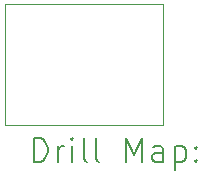
<source format=gbr>
%TF.GenerationSoftware,KiCad,Pcbnew,7.0.1-0*%
%TF.CreationDate,2023-03-19T00:13:00-06:00*%
%TF.ProjectId,bomu-programmer,626f6d75-2d70-4726-9f67-72616d6d6572,rev?*%
%TF.SameCoordinates,Original*%
%TF.FileFunction,Drillmap*%
%TF.FilePolarity,Positive*%
%FSLAX45Y45*%
G04 Gerber Fmt 4.5, Leading zero omitted, Abs format (unit mm)*
G04 Created by KiCad (PCBNEW 7.0.1-0) date 2023-03-19 00:13:00*
%MOMM*%
%LPD*%
G01*
G04 APERTURE LIST*
%ADD10C,0.050000*%
%ADD11C,0.200000*%
G04 APERTURE END LIST*
D10*
X20630000Y-6150000D02*
X19290000Y-6150000D01*
X19290000Y-5130000D02*
X19290000Y-6150000D01*
X20630000Y-5130000D02*
X20630000Y-6150000D01*
X19290000Y-5130000D02*
X20630000Y-5130000D01*
D11*
X19535119Y-6465024D02*
X19535119Y-6265024D01*
X19535119Y-6265024D02*
X19582738Y-6265024D01*
X19582738Y-6265024D02*
X19611310Y-6274548D01*
X19611310Y-6274548D02*
X19630357Y-6293595D01*
X19630357Y-6293595D02*
X19639881Y-6312643D01*
X19639881Y-6312643D02*
X19649405Y-6350738D01*
X19649405Y-6350738D02*
X19649405Y-6379309D01*
X19649405Y-6379309D02*
X19639881Y-6417405D01*
X19639881Y-6417405D02*
X19630357Y-6436452D01*
X19630357Y-6436452D02*
X19611310Y-6455500D01*
X19611310Y-6455500D02*
X19582738Y-6465024D01*
X19582738Y-6465024D02*
X19535119Y-6465024D01*
X19735119Y-6465024D02*
X19735119Y-6331690D01*
X19735119Y-6369786D02*
X19744643Y-6350738D01*
X19744643Y-6350738D02*
X19754167Y-6341214D01*
X19754167Y-6341214D02*
X19773214Y-6331690D01*
X19773214Y-6331690D02*
X19792262Y-6331690D01*
X19858929Y-6465024D02*
X19858929Y-6331690D01*
X19858929Y-6265024D02*
X19849405Y-6274548D01*
X19849405Y-6274548D02*
X19858929Y-6284071D01*
X19858929Y-6284071D02*
X19868452Y-6274548D01*
X19868452Y-6274548D02*
X19858929Y-6265024D01*
X19858929Y-6265024D02*
X19858929Y-6284071D01*
X19982738Y-6465024D02*
X19963690Y-6455500D01*
X19963690Y-6455500D02*
X19954167Y-6436452D01*
X19954167Y-6436452D02*
X19954167Y-6265024D01*
X20087500Y-6465024D02*
X20068452Y-6455500D01*
X20068452Y-6455500D02*
X20058929Y-6436452D01*
X20058929Y-6436452D02*
X20058929Y-6265024D01*
X20316071Y-6465024D02*
X20316071Y-6265024D01*
X20316071Y-6265024D02*
X20382738Y-6407881D01*
X20382738Y-6407881D02*
X20449405Y-6265024D01*
X20449405Y-6265024D02*
X20449405Y-6465024D01*
X20630357Y-6465024D02*
X20630357Y-6360262D01*
X20630357Y-6360262D02*
X20620833Y-6341214D01*
X20620833Y-6341214D02*
X20601786Y-6331690D01*
X20601786Y-6331690D02*
X20563690Y-6331690D01*
X20563690Y-6331690D02*
X20544643Y-6341214D01*
X20630357Y-6455500D02*
X20611310Y-6465024D01*
X20611310Y-6465024D02*
X20563690Y-6465024D01*
X20563690Y-6465024D02*
X20544643Y-6455500D01*
X20544643Y-6455500D02*
X20535119Y-6436452D01*
X20535119Y-6436452D02*
X20535119Y-6417405D01*
X20535119Y-6417405D02*
X20544643Y-6398357D01*
X20544643Y-6398357D02*
X20563690Y-6388833D01*
X20563690Y-6388833D02*
X20611310Y-6388833D01*
X20611310Y-6388833D02*
X20630357Y-6379309D01*
X20725595Y-6331690D02*
X20725595Y-6531690D01*
X20725595Y-6341214D02*
X20744643Y-6331690D01*
X20744643Y-6331690D02*
X20782738Y-6331690D01*
X20782738Y-6331690D02*
X20801786Y-6341214D01*
X20801786Y-6341214D02*
X20811310Y-6350738D01*
X20811310Y-6350738D02*
X20820833Y-6369786D01*
X20820833Y-6369786D02*
X20820833Y-6426928D01*
X20820833Y-6426928D02*
X20811310Y-6445976D01*
X20811310Y-6445976D02*
X20801786Y-6455500D01*
X20801786Y-6455500D02*
X20782738Y-6465024D01*
X20782738Y-6465024D02*
X20744643Y-6465024D01*
X20744643Y-6465024D02*
X20725595Y-6455500D01*
X20906548Y-6445976D02*
X20916071Y-6455500D01*
X20916071Y-6455500D02*
X20906548Y-6465024D01*
X20906548Y-6465024D02*
X20897024Y-6455500D01*
X20897024Y-6455500D02*
X20906548Y-6445976D01*
X20906548Y-6445976D02*
X20906548Y-6465024D01*
X20906548Y-6341214D02*
X20916071Y-6350738D01*
X20916071Y-6350738D02*
X20906548Y-6360262D01*
X20906548Y-6360262D02*
X20897024Y-6350738D01*
X20897024Y-6350738D02*
X20906548Y-6341214D01*
X20906548Y-6341214D02*
X20906548Y-6360262D01*
M02*

</source>
